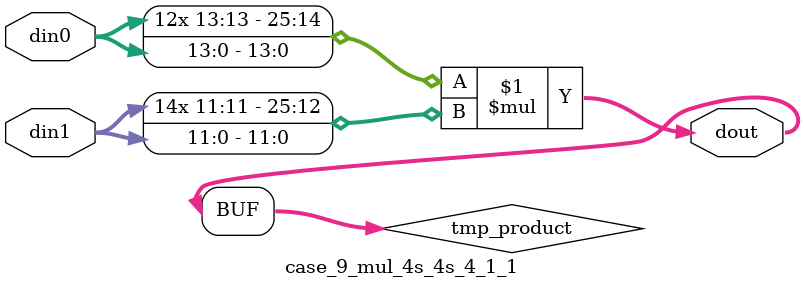
<source format=v>

`timescale 1 ns / 1 ps

 module case_9_mul_4s_4s_4_1_1(din0, din1, dout);
parameter ID = 1;
parameter NUM_STAGE = 0;
parameter din0_WIDTH = 14;
parameter din1_WIDTH = 12;
parameter dout_WIDTH = 26;

input [din0_WIDTH - 1 : 0] din0; 
input [din1_WIDTH - 1 : 0] din1; 
output [dout_WIDTH - 1 : 0] dout;

wire signed [dout_WIDTH - 1 : 0] tmp_product;



























assign tmp_product = $signed(din0) * $signed(din1);








assign dout = tmp_product;





















endmodule

</source>
